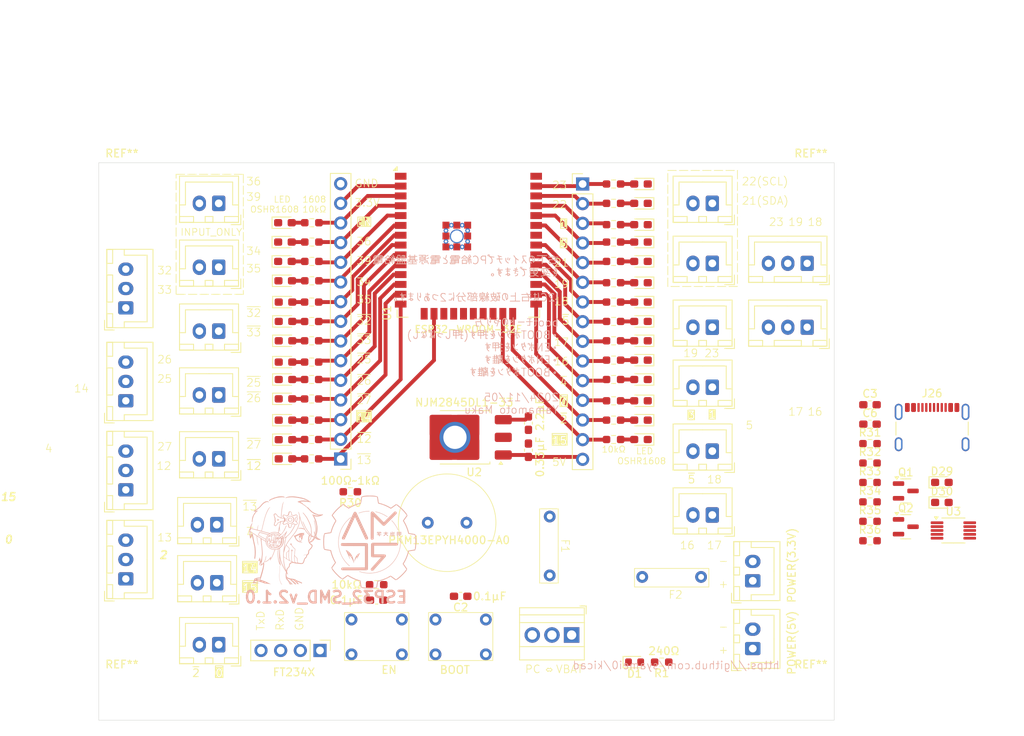
<source format=kicad_pcb>
(kicad_pcb (version 20240108) (generator "pcbnew") (generator_version "8.0")
  (layers (0 "F.Cu" signal) (31 "B.Cu" signal) (34 "B.Paste" user) (35 "F.Paste" user) (36 "B.SilkS" user "B.Silkscreen") (37 "F.SilkS" user "F.Silkscreen") (38 "B.Mask" user) (39 "F.Mask" user) (44 "Edge.Cuts" user))
  (net 0 "")
  (net 8 "Net-(SW1-B)")
  (net 9 "GND")
  (net 10 "EN")
  (net 11 "+5V")
  (net 12 "+3.3V")
  (net 13 "IO21")
  (net 14 "Net-(D1-A)")
  (net 15 "IO22")
  (net 16 "IO35")
  (net 17 "IO34")
  (net 18 "SENSOR_VN")
  (net 19 "IO0")
  (net 20 "SENSOR_VP")
  (net 21 "Net-(J1-Pin_1)")
  (net 22 "IO4")
  (net 23 "IO13")
  (net 24 "IO27")
  (net 25 "IO14")
  (net 26 "IO25")
  (net 27 "IO26")
  (net 28 "IO33")
  (net 29 "IO32")
  (net 30 "IO12")
  (net 31 "IO15")
  (net 32 "IO16")
  (net 33 "IO17")
  (net 34 "IO23")
  (net 35 "IO2")
  (net 36 "IO19")
  (net 37 "IO18")
  (net 38 "IO5")
  (net 39 "Net-(D2-A)")
  (net 40 "Net-(D3-A)")
  (net 41 "Net-(D4-A)")
  (net 42 "Net-(D5-A)")
  (net 43 "Net-(D6-A)")
  (net 44 "Net-(D7-A)")
  (net 45 "Net-(D8-A)")
  (net 46 "Net-(D9-A)")
  (net 47 "Net-(D10-A)")
  (net 48 "Net-(D11-A)")
  (net 49 "Net-(D12-A)")
  (net 50 "Net-(D13-A)")
  (net 51 "Net-(D14-A)")
  (net 52 "Net-(D15-A)")
  (net 53 "Net-(D16-A)")
  (net 54 "Net-(D17-A)")
  (net 55 "Net-(D18-A)")
  (net 56 "Net-(D19-A)")
  (net 57 "Net-(D20-A)")
  (net 58 "Net-(D21-A)")
  (net 59 "Net-(D22-A)")
  (net 60 "Net-(D23-A)")
  (net 61 "Net-(D24-A)")
  (net 62 "Net-(D25-A)")
  (net 63 "Net-(D26-A)")
  (net 64 "Net-(D27-A)")
  (net 65 "Net-(D28-A)")
  (net 66 "Net-(J25-Pin_1)")
  (net 67 "+5V_PC")
  (net 68 "Net-(D29-A)")
  (net 69 "RXD0{slash}IO3")
  (net 70 "Net-(LS1-Pad2)")
  (net 71 "Net-(D30-A)")
  (net 73 "Net-(J26-CC1)")
  (net 74 "Net-(J26-CC2)")
  (net 75 "Net-(U3-UD-)")
  (net 76 "Net-(U3-UD+)")
  (net 78 "Net-(Q1-B)")
  (net 79 "Net-(Q1-E)")
  (net 80 "Net-(Q2-E)")
  (net 81 "Net-(Q2-B)")
  (footprint "Connector_JST:JST_XH_B2B-XH-A_1x02_P2.50mm_Vertical" (layer "F.Cu") (at 76 62.5 180)
    (property "Reference" "J9" (hide yes))
    (property "Value" "INPUT_1")
  )
  (footprint "MountingHole:MountingHole_3.2mm_M3" (layer "F.Cu") (at 152.5 52)
    (property "Reference" "REF**")
    (property "Value" "MountingHole_3.2mm_M3")
  )
  (footprint "LED_SMD:LED_0603_1608Metric_Pad1.05x0.95mm_HandSolder" (layer "F.Cu") (at 130.5375 72 180)
    (property "Reference" "D7" (hide yes))
    (property "Value" "LED")
  )
  (footprint "Resistor_SMD:R_0603_1608Metric_Pad0.98x0.95mm_HandSolder" (layer "F.Cu") (at 127 57 180)
    (property "Reference" "R27" (hide yes))
    (property "Value" "10kΩ")
  )
  (footprint "Connector_USB:USB_C_Receptacle_GCT_USB4105-xx-A_16P_TopMnt_Horizontal" (layer "F.Cu") (at 168.1375 84.29)
    (property "Reference" "J26")
    (property "Value" "USB_C_Receptacle_USB2.0_16P")
  )
  (footprint "Resistor_SMD:R_0603_1608Metric_Pad0.98x0.95mm_HandSolder" (layer "F.Cu") (at 88.025 64.25)
    (property "Reference" "R6" (hide yes))
    (property "Value" "10kΩ")
  )
  (footprint "LED_SMD:LED_0603_1608Metric_Pad1.05x0.95mm_HandSolder" (layer "F.Cu") (at 84.625 72)
    (property "Reference" "D14" (hide yes))
    (property "Value" "LED")
  )
  (footprint "00a:TO-252-3_TabPin2" (layer "F.Cu") (at 107.71 84.47 180)
    (property "Reference" "U2")
    (property "Value" "NJM2845DL1-33")
  )
  (footprint "Resistor_SMD:R_0603_1608Metric_Pad0.98x0.95mm_HandSolder" (layer "F.Cu") (at 127 79.75 180)
    (property "Reference" "R18" (hide yes))
    (property "Value" "10kΩ")
  )
  (footprint "Connector_PinHeader_2.54mm:PinHeader_1x15_P2.54mm_Vertical" (layer "F.Cu") (at 123 51.75)
    (property "Reference" "J20" (hide yes))
    (property "Value" "Conn_01x15_Socket")
  )
  (footprint "Resistor_SMD:R_0603_1608Metric_Pad0.98x0.95mm_HandSolder" (layer "F.Cu") (at 160.1175 87.79)
    (property "Reference" "R32")
    (property "Value" "10kΩ")
  )
  (footprint "00a:DTS-63-N-V" (layer "F.Cu") (at 110.5 112.5 180)
    (property "Reference" "SW2" (hide yes))
    (property "Value" "BOOT")
  )
  (footprint "Resistor_SMD:R_0603_1608Metric_Pad0.98x0.95mm_HandSolder" (layer "F.Cu") (at 127 51.75 180)
    (property "Reference" "R29" (hide yes))
    (property "Value" "10kΩ")
  )
  (footprint "LED_SMD:LED_0603_1608Metric_Pad1.05x0.95mm_HandSolder" (layer "F.Cu") (at 130.5375 77 180)
    (property "Reference" "D5" (hide yes))
    (property "Value" "LED")
  )
  (footprint "LED_SMD:LED_0603_1608Metric_Pad1.05x0.95mm_HandSolder" (layer "F.Cu") (at 84.625 84.77)
    (property "Reference" "D19" (hide yes))
    (property "Value" "LED")
  )
  (footprint "Capacitor_SMD:C_0603_1608Metric_Pad1.08x0.95mm_HandSolder" (layer "F.Cu") (at 160.1175 82.77)
    (property "Reference" "C6")
    (property "Value" "0.1μF")
  )
  (footprint "Connector_JST:JST_XH_B2B-XH-A_1x02_P2.50mm_Vertical" (layer "F.Cu") (at 139.75 94.5 180)
    (property "Reference" "J14" (hide yes))
    (property "Value" "Conn_01x02_Socket")
  )
  (footprint "Resistor_SMD:R_0603_1608Metric_Pad0.98x0.95mm_HandSolder" (layer "F.Cu") (at 127 64.5 180)
    (property "Reference" "R24" (hide yes))
    (property "Value" "10kΩ")
  )
  (footprint "Capacitor_SMD:C_0603_1608Metric_Pad1.08x0.95mm_HandSolder" (layer "F.Cu") (at 96.4 105.5)
    (property "Reference" "C1" (hide yes))
    (property "Value" "0.1μF")
  )
  (footprint "Connector_JST:JST_XH_B2B-XH-A_1x02_P2.50mm_Vertical" (layer "F.Cu") (at 139.75 54.25 180)
    (property "Reference" "J4" (hide yes))
    (property "Value" "I2C")
  )
  (footprint "Capacitor_SMD:C_0603_1608Metric_Pad1.08x0.95mm_HandSolder" (layer "F.Cu") (at 160.1175 80.26)
    (property "Reference" "C3")
    (property "Value" "0.1μF")
  )
  (footprint "00a:MF-R050" (layer "F.Cu") (at 134.5 102.5 180)
    (property "Reference" "F2")
    (property "Value" "MF-R050")
  )
  (footprint "Connector_JST:JST_XH_B2B-XH-A_1x02_P2.50mm_Vertical" (layer "F.Cu") (at 75.75 95.75 180)
    (property "Reference" "J5" (hide yes))
    (property "Value" "Conn_01x02_Socket")
  )
  (footprint "LED_SMD:LED_0603_1608Metric_Pad1.05x0.95mm_HandSolder" (layer "F.Cu") (at 84.625 74.75)
    (property "Reference" "D15" (hide yes))
    (property "Value" "LED")
  )
  (footprint "Connector_JST:JST_XH_B2B-XH-A_1x02_P2.50mm_Vertical" (layer "F.Cu") (at 75.75 103.25 180)
    (property "Reference" "J11" (hide yes))
    (property "Value" "Conn_01x02_Socket")
  )
  (footprint "LED_SMD:LED_0603_1608Metric_Pad1.05x0.95mm_HandSolder" (layer "F.Cu") (at 84.625 67)
    (property "Reference" "D12" (hide yes))
    (property "Value" "LED")
  )
  (footprint "Connector_JST:JST_XH_B2B-XH-A_1x02_P2.50mm_Vertical" (layer "F.Cu") (at 76 79 180)
    (property "Reference" "J7" (hide yes))
    (property "Value" "Conn_01x02_Socket")
  )
  (footprint "Connector_JST:JST_XH_B3B-XH-A_1x03_P2.50mm_Vertical" (layer "F.Cu") (at 152 62 180)
    (property "Reference" "J19" (hide yes))
    (property "Value" "Conn_01x03_Socket")
  )
  (footprint "Resistor_SMD:R_0603_1608Metric_Pad0.98x0.95mm_HandSolder" (layer "F.Cu") (at 88 84.75)
    (property "Reference" "R14" (hide yes))
    (property "Value" "10kΩ")
  )
  (footprint "MountingHole:MountingHole_3.2mm_M3" (layer "F.Cu") (at 63.5 52)
    (property "Reference" "REF**")
    (property "Value" "MountingHole_3.2mm_M3")
  )
  (footprint "Connector_JST:JST_XH_B3B-XH-A_1x03_P2.50mm_Vertical" (layer "F.Cu") (at 64 102.75 90)
    (property "Reference" "J24" (hide yes))
    (property "Value" "Conn_01x03_Socket")
  )
  (footprint "Connector_JST:JST_XH_B2B-XH-A_1x02_P2.50mm_Vertical" (layer "F.Cu") (at 139.75 86.25 180)
    (property "Reference" "J13" (hide yes))
    (property "Value" "Conn_01x02_Socket")
  )
  (footprint "Resistor_SMD:R_0603_1608Metric_Pad0.98x0.95mm_HandSolder" (layer "F.Cu") (at 88.025 59.25)
    (property "Reference" "R4" (hide yes))
    (property "Value" "10kΩ")
  )
  (footprint "Connector_JST:JST_XH_B2B-XH-A_1x02_P2.50mm_Vertical" (layer "F.Cu") (at 139.75 62 180)
    (property "Reference" "J17" (hide yes))
    (property "Value" "I2C")
  )
  (footprint "Resistor_SMD:R_0603_1608Metric_Pad0.98x0.95mm_HandSolder" (layer "F.Cu") (at 88 69.51)
    (property "Reference" "R8" (hide yes))
    (property "Value" "10kΩ")
  )
  (footprint "Resistor_SMD:R_0603_1608Metric_Pad0.98x0.95mm_HandSolder" (layer "F.Cu") (at 88 79.51)
    (property "Reference" "R12" (hide yes))
    (property "Value" "10kΩ")
  )
  (footprint "Connector_JST:JST_XH_B2B-XH-A_1x02_P2.50mm_Vertical" (layer "F.Cu") (at 76 87.25 180)
    (property "Reference" "J6" (hide yes))
    (property "Value" "Conn_01x02_Socket")
  )
  (footprint "Resistor_SMD:R_0603_1608Metric_Pad0.98x0.95mm_HandSolder" (layer "F.Cu") (at 127 61.75 180)
    (property "Reference" "R25" (hide yes))
    (property "Value" "10kΩ")
  )
  (footprint "Resistor_SMD:R_0603_1608Metric_Pad0.98x0.95mm_HandSolder" (layer "F.Cu") (at 88 74.75)
    (property "Reference" "R10" (hide yes))
    (property "Value" "10kΩ")
  )
  (footprint "00a:MF-R050" (layer "F.Cu") (at 118.75 98.5 90)
    (property "Reference" "F1")
    (property "Value" "MF-R050")
  )
  (footprint "LED_SMD:LED_0603_1608Metric_Pad1.05x0.95mm_HandSolder" (layer "F.Cu") (at 130.5375 82.25 180)
    (property "Reference" "D3" (hide yes))
    (property "Value" "LED")
  )
  (footprint "TerminalBlock:TerminalBlock_Xinya_XY308-2.54-3P_1x03_P2.54mm_Horizontal" (layer "F.Cu") (at 121.58 110 180)
    (property "Reference" "SW1" (hide yes))
    (property "Value" "SW_Nidec_CAS-120A1" (hide yes))
  )
  (footprint "LED_SMD:LED_0603_1608Metric_Pad1.05x0.95mm_HandSolder" (layer "F.Cu") (at 130.5375 84.75 180)
    (property "Reference" "D2" (hide yes))
    (property "Value" "LED")
  )
  (footprint "LED_SMD:LED_0603_1608Metric_Pad1.05x0.95mm_HandSolder" (layer "F.Cu") (at 130.5375 67 180)
    (property "Reference" "D22" (hide yes))
    (property "Value" "LED")
  )
  (footprint "Capacitor_SMD:C_0603_1608Metric_Pad1.08x0.95mm_HandSolder" (layer "F.Cu") (at 116 86.1375 -90)
    (property "Reference" "C5" (hide yes))
    (property "Value" "0.33μF")
  )
  (footprint "LED_SMD:LED_0603_1608Metric_Pad1.05x0.95mm_HandSolder" (layer "F.Cu") (at 130.5375 51.75 180)
    (property "Reference" "D28" (hide yes))
    (property "Value" "LED")
  )
  (footprint "Connector_PinHeader_2.54mm:PinHeader_1x04_P2.54mm_Vertical" (layer "F.Cu") (at 89.08 112 -90)
    (property "Reference" "J3")
    (property "Value" "FT234X")
  )
  (footprint "Connector_JST:JST_XH_B2B-XH-A_1x02_P2.50mm_Vertical" (layer "F.Cu") (at 76 70.75 180)
    (property "Reference" "J8" (hide yes))
    (property "Value" "Conn_01x02_Socket")
  )
  (footprint "LED_SMD:LED_0603_1608Metric_Pad1.05x0.95mm_HandSolder" (layer "F.Cu") (at 130.5375 57 180)
    (property "Reference" "D26" (hide yes))
    (property "Value" "LED")
  )
  (footprint "Resistor_SMD:R_0603_1608Metric_Pad0.98x0.95mm_HandSolder" (layer "F.Cu") (at 127 82.25 180)
    (property "Reference" "R17" (hide yes))
    (property "Value" "10kΩ")
  )
  (footprint "Connector_JST:JST_XH_B3B-XH-A_1x03_P2.50mm_Vertical" (layer "F.Cu") (at 64 67.75 90)
    (property "Reference" "J15" (hide yes))
    (property "Value" "Conn_01x03_Socket")
  )
  (footprint "Resistor_SMD:R_0603_1608Metric_Pad0.98x0.95mm_HandSolder" (layer "F.Cu") (at 127 72 180)
    (property "Reference" "R21" (hide yes))
    (property "Value" "10kΩ")
  )
  (footprint "00a:DTS-63-N-V" (layer "F.Cu") (at 99.65 112.5 180)
    (property "Reference" "SW3" (hide yes))
    (property "Value" "EN")
  )
  (footprint "LED_SMD:LED_0603_1608Metric_Pad1.05x0.95mm_HandSolder" (layer "F.Cu") (at 130.5375 61.75 180)
    (property "Reference" "D24" (hide yes))
    (property "Value" "LED")
  )
  (footprint "Resistor_SMD:R_0603_1608Metric_Pad0.98x0.95mm_HandSolder" (layer "F.Cu") (at 88 67)
    (property "Reference" "R7" (hide yes))
    (property "Value" "10kΩ")
  )
  (footprint "Connector_JST:JST_XH_B3B-XH-A_1x03_P2.50mm_Vertical" (layer "F.Cu") (at 152 70.25 180)
    (property "Reference" "J18" (hide yes))
    (property "Value" "Conn_01x03_Socket")
  )
  (footprint "Resistor_SMD:R_0603_1608Metric_Pad0.98x0.95mm_HandSolder" (layer "F.Cu") (at 160.1175 92.81)
    (property "Reference" "R34")
    (property "Value" "5.1kΩ")
  )
  (footprint "LED_SMD:LED_0603_1608Metric_Pad1.05x0.95mm_HandSolder" (layer "F.Cu") (at 84.625 79.5)
    (property "Reference" "D17" (hide yes))
    (property "Value" "LED")
  )
  (footprint "Resistor_SMD:R_0603_1608Metric_Pad0.98x0.95mm_HandSolder" (layer "F.Cu") (at 127 67 180)
    (property "Reference" "R23" (hide yes))
    (property "Value" "10kΩ")
  )
  (footprint "Resistor_SMD:R_0603_1608Metric_Pad0.98x0.95mm_HandSolder" (layer "F.Cu") (at 160.1175 97.83)
    (property "Reference" "R36")
    (property "Value" "10kΩ")
  )
  (footprint "LED_SMD:LED_0603_1608Metric_Pad1.05x0.95mm_HandSolder" (layer "F.Cu") (at 84.625 69.5)
    (property "Reference" "D13" (hide yes))
    (property "Value" "LED")
  )
  (footprint "LED_SMD:LED_0603_1608Metric_Pad1.05x0.95mm_HandSolder" (layer "F.Cu") (at 130.5375 69.5 180)
    (property "Reference" "D21" (hide yes))
    (property "Value" "LED")
  )
  (footprint "Resistor_SMD:R_0603_1608Metric_Pad0.98x0.95mm_HandSolder" (layer "F.Cu") (at 133.2125 113.5 180)
    (property "Reference" "R1")
    (property "Value" "240Ω")
  )
  (footprint "LED_SMD:LED_0603_1608Metric_Pad1.05x0.95mm_HandSolder" (layer "F.Cu") (at 84.625 82.25)
    (property "Reference" "D18" (hide yes))
    (property "Value" "LED")
  )
  (footprint "LED_SMD:LED_0603_1608Metric_Pad1.05x0.95mm_HandSolder" (layer "F.Cu") (at 130.5375 74.5 180)
    (property "Reference" "D6" (hide yes))
    (property "Value" "LED")
  )
  (footprint "Resistor_SMD:R_0603_1608Metric_Pad0.98x0.95mm_HandSolder" (layer "F.Cu") (at 88.025 56.75)
    (property "Reference" "R3" (hide yes))
    (property "Value" "10kΩ")
  )
  (footprint "LED_SMD:LED_0603_1608Metric_Pad1.05x0.95mm_HandSolder" (layer "F.Cu") (at 169.4025 90.29)
    (property "Reference" "D29")
    (property "Value" "LED")
  )
  (footprint "Resistor_SMD:R_0603_1608Metric_Pad0.98x0.95mm_HandSolder" (layer "F.Cu") (at 96.4 103.5 180)
    (property "Reference" "R2" (hide yes))
    (property "Value" "10kΩ")
  )
  (footprint "Resistor_SMD:R_0603_1608Metric_Pad0.98x0.95mm_HandSolder" (layer "F.Cu") (at 88 77)
    (property "Reference" "R11" (hide yes))
    (property "Value" "10kΩ")
  )
  (footprint "Connector_JST:JST_XH_B2B-XH-A_1x02_P2.50mm_Vertical" (layer "F.Cu") (at 144.975 111.75 90)
    (property "Reference" "J1" (hide yes))
    (property "Value" "POWER(5V)")
  )
  (footprint "Connector_JST:JST_XH_B2B-XH-A_1x02_P2.50mm_Vertical" (layer "F.Cu") (at 76 111.25 180)
    (property "Reference" "J21" (hide yes))
    (property "Value" "Conn_01x02_Socket")
  )
  (footprint "LED_SMD:LED_0603_1608Metric_Pad1.05x0.95mm_HandSolder" (layer "F.Cu") (at 84.55 61.75)
    (property "Reference" "D10" (hide yes))
    (property "Value" "LED")
  )
  (footprint "Resistor_SMD:R_0603_1608Metric_Pad0.98x0.95mm_HandSolder" (layer "F.Cu") (at 88 72)
    (property "Reference" "R9" (hide yes))
    (property "Value" "10kΩ")
  )
  (footprint "Resistor_SMD:R_0603_1608Metric_Pad0.98x0.95mm_HandSolder" (layer "F.Cu") (at 88.025 61.75)
    (property "Reference" "R5" (hide yes))
    (property "Value" "10kΩ")
  )
  (footprint "Resistor_SMD:R_0603_1608Metric_Pad0.98x0.95mm_HandSolder" (layer "F.Cu") (at 160.1175 85.28)
    (property "Reference" "R31")
    (property "Value" "10kΩ")
  )
  (footprint "Resistor_SMD:R_0603_1608Metric_Pad0.98x0.95mm_HandSolder" (layer "F.Cu") (at 127 84.75 180)
    (property "Reference" "R16" (hide yes))
    (property "Value" "10kΩ")
  )
  (footprint "Connector_JST:JST_XH_B3B-XH-A_1x03_P2.50mm_Vertical" (layer "F.Cu") (at 64 79.75 90)
    (property "Reference" "J22" (hide yes))
    (property "Value" "Conn_01x03_Socket")
  )
  (footprint "Resistor_SMD:R_0603_1608Metric_Pad0.98x0.95mm_HandSolder" (layer "F.Cu") (at 127 69.5 180)
    (property "Reference" "R22" (hide yes))
    (property "Value" "10kΩ")
  )
  (footprint "Connector_JST:JST_XH_B2B-XH-A_1x02_P2.50mm_Vertical" (layer "F.Cu") (at 139.75 78 180)
    (property "Reference" "J2" (hide yes))
    (property "Value" "Conn_01x02_Socket")
  )
  (footprint "Resistor_SMD:R_0603_1608Metric_Pad0.98x0.95mm_HandSolder" (layer "F.Cu") (at 93 91.5 180)
    (property "Reference" "R30")
    (property "Value" "100Ω~1kΩ")
  )
  (footprint "Resistor_SMD:R_0603_1608Metric_Pad0.98x0.95mm_HandSolder" (layer "F.Cu") (at 160.1175 95.32)
    (property "Reference" "R35")
    (property "Value" "10kΩ")
  )
  (footprint "Capacitor_SMD:C_0603_1608Metric_Pad1.08x0.95mm_HandSolder" (layer "F.Cu") (at 116 82.6375 90)
    (property "Reference" "C4" (hide yes))
    (property "Value" "2.2μF")
  )
  (footprint "Connector_JST:JST_XH_B3B-XH-A_1x03_P2.50mm_Vertical" (layer "F.Cu") (at 64 91.25 90)
    (property "Reference" "J23" (hide yes))
    (property "Value" "Conn_01x03_Socket")
  )
  (footprint "LED_SMD:LED_0603_1608Metric_Pad1.05x0.95mm_HandSolder" (layer "F.Cu") (at 130.5375 64.5 180)
    (property "Reference" "D23" (hide yes))
    (property "Value" "LED")
  )
  (footprint "Connector_JST:JST_XH_B2B-XH-A_1x02_P2.50mm_Vertical" (layer "F.Cu") (at 76 54.25 180)
    (property "Reference" "J10" (hide yes))
    (property "Value" "INPUT_2")
  )
  (footprint "Connector_JST:JST_XH_B2B-XH-A_1x02_P2.50mm_Vertical" (layer "F.Cu") (at 144.975 103 90)
    (property "Reference" "J25" (hide yes))
    (property "Value" "POWER(3.3V)")
  )
  (footprint "LED_SMD:LED_0603_1608Metric_Pad1.05x0.95mm_HandSolder" (layer "F.Cu") (at 169.4025 92.88)
    (property "Reference" "D30")
    (property "Value" "LED")
  )
  (footprint "MountingHole:MountingHole_3.2mm_M3" (layer "F.Cu") (at 152.5 118)
    (property "Reference" "REF**")
    (property "Value" "MountingHole_3.2mm_M3")
  )
  (footprint "LED_SMD:LED_0603_1608Metric_Pad1.05x0.95mm_HandSolder" (layer "F.Cu") (at 84.625 87.25)
    (property "Reference" "D20" (hide yes))
    (property "Value" "LED")
  )
  (footprint "00a:PKM13EPYH4000-A0" (layer "F.Cu") (at 105.5 95.5 180)
    (property "Reference" "LS1" (hide yes))
    (property "Value" "PKM13EPYH4000-A0")
  )
  (footprint "Resistor_SMD:R_0603_1608Metric_Pad0.98x0.95mm_HandSolder" (layer "F.Cu") (at 127 59.25 180)
    (property "Reference" "R26" (hide yes))
    (property "Value" "10kΩ")
  )
  (footprint "MountingHole:MountingHole_3.2mm_M3" (layer "F.Cu") (at 63.5 118)
    (property "Reference" "REF**")
    (property "Value" "MountingHole_3.2mm_M3")
  )
  (footprint "Package_TO_SOT_SMD:SOT-23" (layer "F.Cu") (at 164.7375 96.02)
    (property "Reference" "Q2")
    (property "Value" "2SC2712")
  )
  (footprint "LED_SMD:LED_0603_1608Metric_Pad1.05x0.95mm_HandSolder" (layer "F.Cu") (at 84.55 59.25)
    (property "Reference" "D9" (hide yes))
    (property "Value" "LED")
  )
  (footprint "Package_TO_SOT_SMD:SOT-23" (layer "F.Cu") (at 164.7375 91.395)
    (property "Reference" "Q1")
    (property "Value" "2SC2712")
  )
  (footprint "Connector_JST:JST_XH_B2B-XH-A_1x02_P2.50mm_Vertical" (layer "F.Cu") (at 139.75 70.25 180)
    (property "Reference" "J12" (hide yes))
    (property "Value" "Conn_01x02_Socket")
  )
  (footprint "LED_SMD:LED_0603_1608Metric_Pad1.05x0.95mm_HandSolder" (layer "F.Cu") (at 130.5375 79.75 180)
    (property "Reference" "D4" (hide yes))
    (property "Value" "LED")
  )
  (footprint "LED_SMD:LED_0603_1608Metric" (layer "F.Cu") (at 129.7125 113.5)
    (property "Reference" "D1")
    (property "Value" "LED")
  )
  (footprint "Resistor_SMD:R_0603_1608Metric_Pad0.98x0.95mm_HandSolder" (layer "F.Cu") (at 127 54.25 180)
    (property "Reference" "R28" (hide yes))
    (property "Value" "10kΩ")
  )
  (footprint "Resistor_SMD:R_0603_1608Metric_Pad0.98x0.95mm_HandSolder" (layer "F.Cu") (at 160.1175 90.3)
    (property "Reference" "R33")
    (property "Value" "5.1kΩ")
  )
  (footprint "LED_SMD:LED_0603_1608Metric_Pad1.05x0.95mm_HandSolder" (layer "F.Cu") (at 130.5375 59.25 180)
    (property "Reference" "D25" (hide yes))
    (property "Value" "LED")
  )
  (footprint "Resistor_SMD:R_0603_1608Metric_Pad0.98x0.95mm_HandSolder" (layer "F.Cu") (at 88 82.25)
    (property "Reference" "R13" (hide yes))
    (property "Value" "10kΩ")
  )
  (footprint "00a:ESP32-WROOM-32E" (layer "F.Cu") (at 108.25 56.01)
    (property "Reference" "U1")
    (property "Value" "ESP32-WROOM-32E")
  )
  (footprint "Resistor_SMD:R_0603_1608Metric_Pad0.98x0.95mm_HandSolder" (layer "F.Cu") (at 127 77 180)
    (property "Reference" "R19" (hide yes))
    (property "Value" "10kΩ")
  )
  (footprint "LED_SMD:LED_0603_1608Metric_Pad1.05x0.95mm_HandSolder" (layer "F.Cu") (at 84.625 77)
    (property "Reference" "D16" (hide yes))
    (property "Value" "LED")
  )
  (footprint "LED_SMD:LED_0603_1608Metric_Pad1.05x0.95mm_HandSolder" (layer "F.Cu") (at 84.55 56.75)
    (property "Reference" "D8" (hide yes))
    (property "Value" "LED")
  )
  (footprint "Package_SO:MSOP-10_3x3mm_P0.5mm" (layer "F.Cu") (at 170.8875 96.5)
    (property "Reference" "U3")
    (property "Value" "CH340E")
  )
  (footprint "Resistor_SMD:R_0603_1608Metric_Pad0.98x0.95mm_HandSolder" (layer "F.Cu") (at 88 87.25)
    (property "Reference" "R15" (hide yes))
    (property "Value" "10kΩ")
  )
  (footprint "Capacitor_SMD:C_0603_1608Metric_Pad1.08x0.95mm_HandSolder" (layer "F.Cu") (at 107.25 105 180)
    (property "Reference" "C2")
    (property "Value" "0.1μF")
  )
  (footprint "Resistor_SMD:R_0603_1608Metric_Pad0.98x0.95mm_HandSolder" (layer "F.Cu") (at 127 74.5 180)
    (property "Reference" "R20" (hide yes))
    (property "Value" "10kΩ")
  )
  (footprint "LED_SMD:LED_0603_1608Metric_Pad1.05x0.95mm_HandSolder" (layer "F.Cu") (at 84.5875 64.25)
    (property "Reference" "D11" (hide yes))
    (property "Value" "LED")
  )
  (footprint "Connector_PinHeader_2.54mm:PinHeader_1x15_P2.54mm_Vertical" (layer "F.Cu") (at 91.75 87.27 180)
    (property "Reference" "J16" (hide yes))
    (property "Value" "Conn_01x15_Socket")
  )
  (footprint "LED_SMD:LED_0603_1608Metric_Pad1.05x0.95mm_HandSolder" (layer "F.Cu") (at 130.5375 54.25 180)
    (property "Reference" "D27" (hide yes))
    (property "Value" "LED")
  )
  (footprint "00a:MARC_rogo" (layer "B.Cu") (at 95.5 98 180)
    (property "Reference" "G***" (hide yes))
    (property "Value" "LOGO" (hide yes))
  )
  (footprint "00a:nuron" (layer "B.Cu") (at 84 97.5 180)
    (property "Reference" "G***" (hide yes))
    (property "Value" "LOGO" (hide yes))
  )
  (gr_rect (start 134 50) (end 143 64.984653) (stroke (width 0.1) (type dash)) (fill none) (layer "F.SilkS"))
  (gr_rect (start 70.5 50.5) (end 79.177978 66) (stroke (width 0.1) (type dash)) (fill none) (layer "F.SilkS"))
  (gr_rect (start 60.5 49) (end 155.5 121) (stroke (width 0.05)) (fill none) (layer "Edge.Cuts"))
  (gr_text "ESP32_SMD_v2.1.0" (at 100.5 106 0) (layer "B.SilkS") (effects (font (size 1.5 1.5) (thickness 0.3) (bold yes)) (justify left bottom mirror)))
  (gr_text "https://github.com/syamei0/kicad" (at 148.5 114.5 0) (layer "B.SilkS") (effects (font (size 1 1) (thickness 0.1)) (justify left bottom mirror)))
  (gr_text "右下のスイッチでPC給電と電源基盤給電\nを変更できます。\n\nI2Cは右上の破線部分に２つあります。\n\nbootモードのやり方\n・BOOTボタンを押す(押しっぱなし)\n・ENボタンを押す\n・ENボタンを離す\n・BOOTボタンを離す\n\n2024/11/05\nYamamoto Maku" (at 120 81.5 0) (layer "B.SilkS") (effects (font (size 1 1) (thickness 0.1)) (justify left bottom mirror)))
  (gr_text "23" (at 147 57.25 0) (layer "F.SilkS") (effects (font (size 1 1) (thickness 0.1)) (justify left bottom)))
  (gr_text "2" (at 68.25 100.25 0) (layer "F.SilkS") (effects (font (size 1 1) (thickness 0.2) (bold yes) (italic yes)) (justify left bottom)))
  (gr_text "19" (at 149.5 57.25 0) (layer "F.SilkS") (effects (font (size 1 1) (thickness 0.1)) (justify left bottom)))
  (gr_text "21" (at 119.25 62.5 0) (layer "F.SilkS") (effects (font (size 1 1) (thickness 0.1)) (justify left bottom)))
  (gr_text "TxD" (at 82 109.5 90) (layer "F.SilkS") (effects (font (size 1 1) (thickness 0.1)) (justify left bottom)))
  (gr_text "~{0}" (at 120 80.5 0) (layer "F.SilkS" knockout) (effects (font (size 1 1) (thickness 0.125)) (justify left bottom)))
  (gr_text "~{26}" (at 79.5 80 0) (layer "F.SilkS") (effects (font (size 1 1) (thickness 0.1)) (justify left bottom)))
  (gr_text "~{2}" (at 120 82.75 0) (layer "F.SilkS") (effects (font (size 1 1) (thickness 0.125)) (justify left bottom)))
  (gr_text "25" (at 68 77.5 0) (layer "F.SilkS") (effects (font (size 1 1) (thickness 0.1)) (justify left bottom)))
  (gr_text "~{27}" (at 79.5 86 0) (layer "F.SilkS") (effects (font (size 1 1) (thickness 0.1)) (justify left bottom)))
  (gr_text "1608\n10kΩ" (at 86.75 55.5 0) (layer "F.SilkS") (effects (font (size 0.8 0.8) (thickness 0.1)) (justify left bottom)))
  (gr_text "~{32}" (at 93.75 70 0) (layer "F.SilkS") (effects (font (size 1 1) (thickness 0.1)) (justify left bottom)))
  (gr_text "~{4}" (at 79.5 97.5 0) (layer "F.SilkS") (effects (font (size 1 1) (thickness 0.1)) (justify left bottom)))
  (gr_text "39" (at 93.75 62.25 0) (layer "F.SilkS") (effects (font (size 1 1) (thickness 0.1)) (justify left bottom)))
  (gr_text "+" (at 140.5 104 0) (layer "F.SilkS") (effects (font (size 1 1) (thickness 0.1)) (justify left bottom)))
  (gr_text "27" (at 68 86.25 0) (layer "F.SilkS") (effects (font (size 1 1) (thickness 0.1)) (justify left bottom)))
  (gr_text "~{15}" (at 119 85.5 0) (layer "F.SilkS" knockout) (effects (font (size 1 1) (thickness 0.125)) (justify left bottom)))
  (gr_text "~{5}" (at 136.5 90.5 0) (layer "F.SilkS") (effects (font (size 1 1) (thickness 0.125)) (justify left bottom)))
  (gr_text "~{12}" (at 79.5 88.75 0) (layer "F.SilkS") (effects (font (size 1 1) (thickness 0.125)) (justify left bottom)))
  (gr_text "19" (at 119.25 65.25 0) (layer "F.SilkS") (effects (font (size 1 1) (thickness 0.1)) (justify left bottom)))
  (gr_text "⇔" (at 118 115 0) (layer "F.SilkS") (effects (font (size 1 1) (thickness 0.1)) (justify left bottom)))
  (gr_text "16" (at 152 81.75 0) (layer "F.SilkS") (effects (font (size 1 1) (thickness 0.1)) (justify left bottom)))
  (gr_text "35" (at 79.5 63.25 0) (layer "F.SilkS") (effects (font (size 1 1) (thickness 0.1)) (justify left bottom)))
  (gr_text "13" (at 68 98 0) (layer "F.SilkS") (effects (font (size 1 1) (thickness 0.1)) (justify left bottom)))
  (gr_text "14" (at 57.25 78.75 0) (layer "F.SilkS") (effects (font (size 1 1) (thickness 0.1)) (justify left bottom)))
  (gr_text "~{4}" (at 120 78 0) (layer "F.SilkS") (effects (font (size 1 1) (thickness 0.1)) (justify left bottom)))
  (gr_text "~{32}" (at 79.5 69 0) (layer "F.SilkS") (effects (font (size 1 1) (thickness 0.1)) (justify left bottom)))
  (gr_text "36" (at 93.75 59.75 0) (layer "F.SilkS") (effects (font (size 1 1) (thickness 0.1)) (justify left bottom)))
  (gr_text "~{14}" (at 79 102 0) (layer "F.SilkS" knockout) (effects (font (size 1 1) (thickness 0.1)) (justify left bottom)))
  (gr_text "-" (at 140.5 101 0) (layer "F.SilkS") (effects (font (size 1 1) (thickness 0.1)) (justify left bottom)))
  (gr_text "~{2}" (at 72.5 115.5 0) (layer "F.SilkS") (effects (font (size 1 1) (thickness 0.125)) (justify left bottom)))
  (gr_text "18" (at 119.25 67.5 0) (layer "F.SilkS") (effects (font (size 1 1) (thickness 0.1)) (justify left bottom)))
  (gr_text "~{33}" (at 79.5 71.5 0) (layer "F.SilkS") (effects (font (size 1 1) (thickness 0.1)) (justify left bottom)))
  (gr_text "VBAT" (at 119.5 115 0) (layer "F.SilkS") (effects (font (size 1 1) (thickness 0.1)) (justify left bottom)))
  (gr_text "GND" (at 93.5 52.25 0) (layer "F.SilkS") (effects (font (size 1 1) (thickness 0.1)) (justify left bottom)))
  (gr_text "12" (at 67.9 88.75 0) (layer "F.SilkS") (effects (font (size 1 1) (thickness 0.1)) (justify left bottom)))
  (gr_text "16" (at 119.25 75.25 0) (layer "F.SilkS") (effects (font (size 1 1) (thickness 0.1)) (justify left bottom)))
  (gr_text "~{5}" (at 120.25 70 0) (layer "F.SilkS") (effects (font (size 1 1) (thickness 0.125)) (justify left bottom)))
  (gr_text "~{14}" (at 93.75 82.5 0) (layer "F.SilkS" knockout) (effects (font (size 1 1) (thickness 0.1)) (justify left bottom)))
  (gr_text "~{13}" (at 79 94 0) (layer "F.SilkS") (effects (font (size 1 1) (thickness 0.1)) (justify left bottom)))
  (gr_text "~{25}" (at 79.5 78 0) (layer "F.SilkS") (effects (font (size 1 1) (thickness 0.1)) (justify left bottom)))
  (gr_text "POWER(3.3V)" (at 150 101 90) (layer "F.SilkS") (effects (font (size 1 1))))
  (gr_text "22(SCL)" (at 143.5 52 0) (layer "F.SilkS") (effects (font (size 1 1) (thickness 0.1)) (justify left bottom)))
  (gr_text "~{26}" (at 93.75 77.75 0) (layer "F.SilkS") (effects (font (size 1 1) (thickness 0.1)) (justify left bottom)))
  (gr_text "15" (at 47.75 92.75 0) (layer "F.SilkS") (effects (font (size 1 1) (thickness 0.2) (bold yes) (italic yes)) (justify left bottom)))
  (gr_text "     LED\nOSHR1608" (at 80 55.5 0) (layer "F.SilkS") (effects (font (size 0.8 0.8) (thickness 0.1)) (justify left bottom)))
  (gr_text "-" (at 140.5 109.5 0) (layer "F.SilkS") (effects (font (size 1 1) (thickness 0.1)) (justify left bottom)))
  (gr_text "1" (at 139.177878 82.136857 0) (layer "F.SilkS" knockout) (effects (font (size 1 1) (thickness 0.125)) (justify left bottom)))
  (gr_text "34" (at 93.75 65 0) (layer "F.SilkS") (effects (font (size 1 1) (thickness 0.1)) (justify left bottom)))
  (gr_text "~{27}" (at 93.75 80.25 0) (layer "F.SilkS") (effects (font (size 1 1) (thickness 0.1)) (justify left bottom)))
  (gr_text "~{0}" (at 75.5 115.5 0) (layer "F.SilkS" knockout) (effects (font (size 1 1) (thickness 0.125)) (justify left bottom)))
  (gr_text "36" (at 79.5 52 0) (layer "F.SilkS") (effects (font (size 1 1) (thickness 0.1)) (justify left bottom)))
  (gr_text "5V" (at 119 88.25 0) (layer "F.SilkS") (effects (font (size 1 1) (thickness 0.1)) (justify left bottom)))
  (gr_text "~{13}" (at 93.75 88 0) (layer "F.SilkS") (effects (font (size 1 1) (thickness 0.1)) (justify left bottom)))
  (gr_text "23" (at 138.677441 74.199621 0) (layer "F.SilkS") (effects (font (size 1 1) (thickness 0.1)) (justify left bottom)))
  (gr_text "39" (at 79.5 54 0) (layer "F.SilkS") (effects (font (size 1 1) (thickness 0.1)) (justify left bottom)))
  (gr_text "EN" (at 93.75 57.25 0) (layer "F.SilkS" knockout) (effects (font (size 1 1) (thickness 0.1)) (justify left bottom)))
  (gr_text "~{25}" (at 93.75 75 0) (layer "F.SilkS") (effects (font (size 1 1) (thickness 0.1)) (justify left bottom)))
  (gr_text "17" (at 149.5 81.75 0) (layer "F.SilkS") (effects (font (size 1 1) (thickness 0.1)) (justify left bottom)))
  (gr_text "34" (at 79.5 61 0) (layer "F.SilkS") (effects (font (size 1 1) (thickness 0.1)) (justify left bottom)))
  (gr_text "1" (at 120 57.5 0) (layer "F.SilkS" knockout) (effects (font (size 1 1) (thickness 0.125)) (justify left bottom)))
  (gr_text "0" (at 48.25 98.25 0) (layer "F.SilkS") (effects (font (size 1 1) (thickness 0.2) (bold yes) (italic yes)) (justify left bottom)))
  (gr_text "21(SDA)" (at 143.5 54.5 0) (layer "F.SilkS") (effects (font (size 1 1) (thickness 0.1)) (justify left bottom)))
  (gr_text "3" (at 136.484203 82.208212 0) (layer "F.SilkS" knockout) (effects (font (size 1 1) (thickness 0.125)) (justify left bottom)))
  (gr_text "~{12}" (at 93.75 85.25 0) (layer "F.SilkS") (effects (font (size 1 1) (thickness 0.125)) (justify left bottom)))
  (gr_text "33" (at 68 66 0) (layer "F.SilkS") (effects (font (size 1 1) (thickness 0.1)) (justify left bottom)))
  (gr_text "23" (at 119 52.5 0) (layer "F.SilkS") (effects (font (size 1 1) (thickness 0.1)) (justify left bottom)))
  (gr_text "26" (at 68 75 0) (layer "F.SilkS") (effects (font (size 1 1) (thickness 0.1)) (justify left bottom)))
  (gr_text "16" (at 135.5 99 0) (layer "F.SilkS") (effects (font (size 1 1) (thickness 0.1)) (justify left bottom)))
  (gr_text "RxD" (at 84.5 109.5 90) (layer "F.SilkS") (effects (font (size 1 1) (thickness 0.1)) (justify left bottom)))
  (gr_text "19" (at 135.941888 74.184834 0) (layer "F.SilkS") (effects (font (size 1 1) (thickness 0.1)) (justify left bottom)))
  (gr_text "~{15}" (at 79 104.5 0) (layer "F.SilkS" knockout) (effects (font (size 1 1) (thickness 0.125)) (justify left bottom)))
  (gr_text "10kΩ" (at 125.4125 86.5 0) (layer "F.SilkS") (effects (font (size 0.8 0.8) (thickness 0.1)) (justify left bottom)))
  (gr_text "18" (at 152 57.25 0) (layer "F.SilkS") (effects (font (size 1 1) (thickness 0.1)) (justify left bottom)))
  (gr_text "    LED\nOSHR1608" (at 127.4125 88 0) (layer "F.SilkS") (effects (font (size 0.8 0.8) (thickness 0.1)) (justify left bottom)))
  (gr_text "17" (at 139 99 0) (layer "F.SilkS") (effects (font (size 1 1) (thickness 0.1)) (justify left bottom)))
  (gr_text "35" (at 93.75 67.25 0) (layer "F.SilkS") (effects (font (size 1 1) (thickness 0.1)) (justify left bottom)))
  (gr_text "17" (at 119.25 72.75 0) (layer "F.SilkS") (effects (font (size 1 1) (thickness 0.1)) (justify left bottom)))
  (gr_text "3" (at 120 60 0) (layer "F.SilkS" knockout) (effects (font (size 1 1) (thickness 0.125)) (justify left bottom)))
  (gr_text "5" (at 144 83.5 0) (layer "F.SilkS") (effects (font (size 1 1) (thickness 0.1)) (justify left bottom)))
  (gr_text "INPUT_ONLY" (at 71 58.5 0) (layer "F.SilkS") (effects (font (size 0.9 0.9) (thickness 0.1)) (justify left bottom)))
  (gr_text "4" (at 53.5 86.5 0) (layer "F.SilkS") (effects (font (size 1 1) (thickness 0.1)) (justify left bottom)))
  (gr_text "~{33}" (at 93.75 72.5 0) (layer "F.SilkS") (effects (font (size 1 1) (thickness 0.1)) (justify left bottom)))
  (gr_text "+" (at 140.5 112.5 0) (layer "F.SilkS") (effects (font (size 1 1) (thickness 0.1)) (justify left bottom)))
  (gr_text "PC" (at 115.5 115 0) (layer "F.SilkS") (effects (font (size 1 1) (thickness 0.1)) (justify left bottom)))
  (gr_text "GND" (at 87 109.5 90) (layer "F.SilkS") (effects (font (size 1 1) (thickness 0.1)) (justify left bottom)))
  (gr_text "22" (at 119 55 0) (layer "F.SilkS") (effects (font (size 1 1) (thickness 0.1)) (justify left bottom)))
  (gr_text "3.3V" (at 93.5 54.75 0) (layer "F.SilkS") (effects (font (size 1 1) (thickness 0.1)) (justify left bottom)))
  (gr_text "32" (at 68 63.5 0) (layer "F.SilkS") (effects (font (size 1 1) (thickness 0.1)) (justify left bottom)))
  (gr_text "18" (at 139 90.5 0) (layer "F.SilkS") (effects (font (size 1 1) (thickness 0.1)) (justify left bottom)))
  (segment (start 99.5 53.29) (end 95.25 53.29) (width 0.5) (layer "F.Cu") (net 10))
  (segment (start 95.25 53.29) (end 91.75 56.79) (width 0.5) (layer "F.Cu") (net 10))
  (segment (start 88.9375 56.75) (end 91.71 56.75) (width 0.5) (layer "F.Cu") (net 10))
  (segment (start 91.71 56.75) (end 91.75 56.79) (width 0.5) (layer "F.Cu") (net 10))
  (segment (start 115.75 86.75) (end 116 87) (width 0.5) (layer "F.Cu") (net 11))
  (segment (start 122.69 87) (end 123 87.31) (width 0.5) (layer "F.Cu") (net 11))
  (segment (start 112.75 86.75) (end 115.75 86.75) (width 0.5) (layer "F.Cu") (net 11))
  (segment (start 116 87) (end 122.69 87) (width 0.5) (layer "F.Cu") (net 11))
  (segment (start 112.75 82.19) (end 115.585 82.19) (width 0.5) (layer "F.Cu") (net 12))
  (segment (start 91.75 54.25) (end 93.98 52.02) (width 0.5) (layer "F.Cu") (net 12))
  (segment (start 93.98 52.02) (end 99.5 52.02) (width 0.5) (layer "F.Cu") (net 12))
  (segment (start 115.585 82.19) (end 116 81.775) (width 0.5) (layer "F.Cu") (net 12))
  (segment (start 123 61.91) (end 125.9275 61.91) (width 0.5) (layer "F.Cu") (net 13))
  (segment (start 117 57.1) (end 118.19 57.1) (width 0.5) (layer "F.Cu") (net 13))
  (segment (start 118.19 57.1) (end 123 61.91) (width 0.5) (layer "F.Cu") (net 13))
  (segment (start 125.9275 61.91) (end 126.0875 61.75) (width 0.5) (layer "F.Cu") (net 13))
  (segment (start 123 54.29) (end 126.0475 54.29) (width 0.5) (layer "F.Cu") (net 15))
  (segment (start 122 53.29) (end 123 54.29) (width 0.5) (layer "F.Cu") (net 15))
  (segment (start 126.0475 54.29) (end 126.0875 54.25) (width 0.5) (layer "F.Cu") (net 15))
  (segment (start 117 53.29) (end 122 53.29) (width 0.5) (layer "F.Cu") (net 15))
  (segment (start 99.5 58.37) (end 98.67 58.37) (width 0.5) (layer "F.Cu") (net 16))
  (segment (start 91.7 67) (end 91.75 66.95) (width 0.5) (layer "F.Cu") (net 16))
  (segment (start 98.67 58.37) (end 93.25 63.79) (width 0.5) (layer "F.Cu") (net 16))
  (segment (start 88.9125 67) (end 91.7 67) (width 0.5) (layer "F.Cu") (net 16))
  (segment (start 93.25 65.45) (end 91.75 66.95) (width 0.5) (layer "F.Cu") (net 16))
  (segment (start 93.25 63.79) (end 93.25 65.45) (width 0.5) (layer "F.Cu") (net 16))
  (segment (start 88.9375 64.25) (end 91.59 64.25) (width 0.5) (layer "F.Cu") (net 17))
  (segment (start 91.59 64.25) (end 91.75 64.41) (width 0.5) (layer "F.Cu") (net 17))
  (segment (start 99.5 57.1) (end 98.67 57.1) (width 0.5) (layer "F.Cu") (net 17))
  (segment (start 98.67 57.1) (end 91.75 64.02) (width 0.5) (layer "F.Cu") (net 17))
  (segment (start 91.75 64.02) (end 91.75 64.41) (width 0.5) (layer "F.Cu") (net 17))
  (segment (start 89.0575 61.87) (end 88.9375 61.75) (width 0.5) (layer "F.Cu") (net 18))
  (segment (start 91.75 61.87) (end 89.0575 61.87) (width 0.5) (layer "F.Cu") (net 18))
  (segment (start 99.5 55.83) (end 97.79 55.83) (width 0.5) (layer "F.Cu") (net 18))
  (segment (start 97.79 55.83) (end 91.75 61.87) (width 0.5) (layer "F.Cu") (net 18))
  (segment (start 117 73.69) (end 123 79.69) (width 0.5) (layer "F.Cu") (net 19))
  (segment (start 123 79.69) (end 126.0275 79.69) (width 0.5) (layer "F.Cu") (net 19))
  (segment (start 126.0275 79.69) (end 126.0875 79.75) (width 0.5) (layer "F.Cu") (net 19))
  (segment (start 117 67.26) (end 117 73.69) (width 0.5) (layer "F.Cu") (net 19))
  (segment (start 91.67 59.25) (end 91.75 59.33) (width 0.5) (layer "F.Cu") (net 20))
  (segment (start 88.9375 59.25) (end 91.67 59.25) (width 0.5) (layer "F.Cu") (net 20))
  (segment (start 99.5 54.56) (end 96.52 54.56) (width 0.5) (layer "F.Cu") (net 20))
  (segment (start 96.52 54.56) (end 91.75 59.33) (width 0.5) (layer "F.Cu") (net 20))
  (segment (start 118.25 65.99) (end 118.65 66.39) (width 0.5) (layer "F.Cu") (net 22))
  (segment (start 118.65 72.8) (end 123 77.15) (width 0.5) (layer "F.Cu") (net 22))
  (segment (start 123 77.15) (end 125.9375 77.15) (width 0.5) (layer "F.Cu") (net 22))
  (segment (start 117 65.99) (end 118.25 65.99) (width 0.5) (layer "F.Cu") (net 22))
  (segment (start 125.9375 77.15) (end 126.0875 77) (width 0.5) (layer "F.Cu") (net 22))
  (segment (start 118.65 66.39) (end 118.65 72.8) (width 0.5) (layer "F.Cu") (net 22))
  (segment (start 91.73 87.25) (end 91.75 87.27) (width 0.5) (layer "F.Cu") (net 23))
  (segment (start 103.805 74.513478) (end 103.805 68.51) (width 0.5) (layer "F.Cu") (net 23))
  (segment (start 91.75 87.27) (end 91.75 86.568478) (width 0.5) (layer "F.Cu") (net 23))
  (segment (start 91.75 86.568478) (end 103.805 74.513478) (width 0.5) (layer "F.Cu") (net 23))
  (segment (start 88.9125 87.25) (end 91.73 87.25) (width 0.5) (layer "F.Cu") (net 23))
  (segment (start 98.67 64.72) (end 96.85 66.54) (width 0.5) (layer "F.Cu") (net 24))
  (segment (start 96.85 66.54) (end 96.85 74.55) (width 0.5) (layer "F.Cu") (net 24))
  (segment (start 99.5 64.72) (end 98.67 64.72) (width 0.5) (layer "F.Cu") (net 24))
  (segment (start 96.85 74.55) (end 91.75 79.65) (width 0.5) (layer "F.Cu") (net 24))
  (segment (start 91.61 79.51) (end 91.75 79.65) (width 0.5) (layer "F.Cu") (net 24))
  (segment (start 88.9125 79.51) (end 91.61 79.51) (width 0.5) (layer "F.Cu") (net 24))
  (segment (start 99.5 65.99) (end 98.76 65.99) (width 0.5) (layer "F.Cu") (net 25))
  (segment (start 91.69 82.25) (end 91.75 82.19) (width 0.5) (layer "F.Cu") (net 25))
  (segment (start 98.76 65.99) (end 97.55 67.2) (width 0.5) (layer "F.Cu") (net 25))
  (segment (start 97.55 76.39) (end 91.75 82.19) (width 0.5) (layer "F.Cu") (net 25))
  (segment (start 88.9125 82.25) (end 91.69 82.25) (width 0.5) (layer "F.Cu") (net 25))
  (segment (start 97.55 67.2) (end 97.55 76.39) (width 0.5) (layer "F.Cu") (net 25))
  (segment (start 91.75 74.57) (end 89.0925 74.57) (width 0.5) (layer "F.Cu") (net 26))
  (segment (start 98.87 62.18) (end 95.45 65.6) (width 0.5) (layer "F.Cu") (net 26))
  (segment (start 95.45 65.6) (end 95.45 70.87) (width 0.5) (layer "F.Cu") (net 26))
  (segment (start 89.0925 74.57) (end 88.9125 74.75) (width 0.5) (layer "F.Cu") (net 26))
  (segment (start 95.45 70.87) (end 91.75 74.57) (width 0.5) (layer "F.Cu") (net 26))
  (segment (start 99.5 62.18) (end 98.87 62.18) (width 0.5) (layer "F.Cu") (net 26))
  (segment (start 99.5 63.45) (end 98.58995 63.45) (width 0.5) (layer "F.Cu") (net 27))
  (segment (start 88.9125 77) (end 91.64 77) (width 0.5) (layer "F.Cu") (net 27))
  (segment (start 98.58995 63.45) (end 96.15 65.88995) (width 0.5) (layer "F.Cu") (net 27))
  (segment (start 96.15 65.88995) (end 96.15 72.71) (width 0.5) (layer "F.Cu") (net 27))
  (segment (start 91.64 77) (end 91.75 77.11) (width 0.5) (layer "F.Cu") (net 27))
  (segment (start 96.15 72.71) (end 91.75 77.11) (width 0.5) (layer "F.Cu") (net 27))
  (segment (start 88.9125 72) (end 91.72 72) (width 0.5) (layer "F.Cu") (net 28))
  (segment (start 91.72 72) (end 91.75 72.03) (width 0.5) (layer "F.Cu") (net 28))
  (segment (start 94.75 69.03) (end 91.75 72.03) (width 0.5) (layer "F.Cu") (net 28))
  (segment (start 99.5 60.91) (end 98.67 60.91) (width 0.5) (layer "F.Cu") (net 28))
  (segment (start 98.67 60.91) (end 94.75 64.83) (width 0.5) (layer "F.Cu") (net 28))
  (segment (start 94.75 64.83) (end 94.75 69.03) (width 0.5) (layer "F.Cu") (net 28))
  (segment (start 98.38995 59.64) (end 93.95 64.07995) (width 0.5) (layer "F.Cu") (net 29))
  (segment (start 99.5 59.64) (end 98.38995 59.64) (width 0.5) (layer "F.Cu") (net 29))
  (segment (start 88.9325 69.49) (end 88.9125 69.51) (width 0.5) (layer "F.Cu") (net 29))
  (segment (start 93.95 64.07995) (end 93.95 67.29) (width 0.5) (layer "F.Cu") (net 29))
  (segment (start 91.75 69.49) (end 88.9325 69.49) (width 0.5) (layer "F.Cu") (net 29))
  (segment (start 93.95 67.29) (end 91.75 69.49) (width 0.5) (layer "F.Cu") (net 29))
  (segment (start 99.5 67.26) (end 99.5 76.98) (width 0.5) (layer "F.Cu") (net 30))
  (segment (start 91.73 84.75) (end 91.75 84.73) (width 0.5) (layer "F.Cu") (net 30))
  (segment (start 88.9125 84.75) (end 91.73 84.75) (width 0.5) (layer "F.Cu") (net 30))
  (segment (start 99.5 76.98) (end 91.75 84.73) (width 0.5) (layer "F.Cu") (net 30))
  (segment (start 112.695 68.51) (end 112.695 74.465) (width 0.5) (layer "F.Cu") (net 31))
  (segment (start 112.695 74.465) (end 123 84.77) (width 0.5) (layer "F.Cu") (net 31))
  (segment (start 123 84.77) (end 126.0675 84.77) (width 0.5) (layer "F.Cu") (net 31))
  (segment (start 126.0675 84.77) (end 126.0875 84.75) (width 0.5) (layer "F.Cu") (net 31))
  (segment (start 118.11005 64.72) (end 119.35 65.95995) (width 0.5) (layer "F.Cu") (net 32))
  (segment (start 125.9775 74.61) (end 126.0875 74.5) (width 0.5) (layer "F.Cu") (net 32))
  (segment (start 119.35 70.96) (end 123 74.61) (width 0.5) (layer "F.Cu") (net 32))
  (segment (start 119.35 65.95995) (end 119.35 70.96) (width 0.5) (layer "F.Cu") (net 32))
  (segment (start 123 74.61) (end 125.9775 74.61) (width 0.5) (layer "F.Cu") (net 32))
  (segment (start 117 64.72) (end 118.11005 64.72) (width 0.5) (layer "F.Cu") (net 32))
  (segment (start 120.05 65.67) (end 120.05 69.12) (width 0.5) (layer "F.Cu") (net 33))
  (segment (start 117 63.45) (end 117.83 63.45) (width 0.5) (layer "F.Cu") (net 33))
  (segment (start 120.05 69.12) (end 123 72.07) (width 0.5) (layer "F.Cu") (net 33))
  (segment (start 117.83 63.45) (end 120.05 65.67) (width 0.5) (layer "F.Cu") (net 33))
  (segment (start 126.0175 72.07) (end 126.0875 72) (width 0.5) (layer "F.Cu") (net 33))
  (segment (start 123 72.07) (end 126.0175 72.07) (width 0.5) (layer "F.Cu") (net 33))
  (segment (start 122.73 52.02) (end 123 51.75) (width 0.5) (layer "F.Cu") (net 34))
  (segment (start 117 52.02) (end 122.73 52.02) (width 0.5) (layer "F.Cu") (net 34))
  (segment (start 123 51.75) (end 126.0875 51.75) (width 0.5) (layer "F.Cu") (net 34))
  (segment (start 113.965 68.51) (end 113.965 73.195) (width 0.5) (layer "F.Cu") (net 35))
  (segment (start 126.0675 82.23) (end 126.0875 82.25) (width 0.5) (layer "F.Cu") (net 35))
  (segment (start 123 82.23) (end 126.0675 82.23) (width 0.5) (layer "F.Cu") (net 35))
  (segment (start 113.965 73.195) (end 123 82.23) (width 0.5) (layer "F.Cu") (net 35))
  (segment (start 123 64.45) (end 126.0375 64.45) (width 0.5) (layer "F.Cu") (net 36))
  (segment (start 117 59.64) (end 118.19 59.64) (width 0.5) (layer "F.Cu") (net 36))
  (segment (start 118.19 59.64) (end 123 64.45) (width 0.5) (layer "F.Cu") (net 36))
  (segment (start 126.0375 64.45) (end 126.0875 64.5) (width 0.5) (layer "F.Cu") (net 36))
  (segment (start 117 60.91) (end 118.25 60.91) (width 0.5) (layer "F.Cu") (net 37))
  (segment (start 126.0775 66.99) (end 126.0875 67) (width 0.5) (layer "F.Cu") (net 37))
  (segment (start 123 66.99) (end 126.0775 66.99) (width 0.5) (layer "F.Cu") (net 37))
  (segment (start 121.5 64.16) (end 121.5 65.49) (width 0.5) (layer "F.Cu") (net 37))
  (segment (start 118.25 60.91) (end 121.5 64.16) (width 0.5) (layer "F.Cu") (net 37))
  (segment (start 121.5 65.49) (end 123 66.99) (width 0.5) (layer "F.Cu") (net 37))
  (segment (start 120.75 64.68) (end 120.75 67.28) (width 0.5) (layer "F.Cu") (net 38))
  (segment (start 117 62.18) (end 118.25 62.18) (width 0.5) (layer "F.Cu") (net 38))
  (segment (start 123 69.53) (end 126.0575 69.53) (width 0.5) (layer "F.Cu") (net 38))
  (segment (start 120.75 67.28) (end 123 69.53) (width 0.5) (layer "F.Cu") (net 38))
  (segment (start 126.0575 69.53) (end 126.0875 69.5) (width 0.5) (layer "F.Cu") (net 38))
  (segment (start 118.25 62.18) (end 120.75 64.68) (width 0.5) (layer "F.Cu") (net 38))
  (segment (start 127.9125 84.75) (end 129.6625 84.75) (width 0.5) (layer "F.Cu") (net 39))
  (segment (start 127.9125 82.25) (end 129.6625 82.25) (width 0.5) (layer "F.Cu") (net 40))
  (segment (start 127.9125 79.75) (end 129.6625 79.75) (width 0.5) (layer "F.Cu") (net 41))
  (segment (start 127.9125 77) (end 129.6625 77) (width 0.5) (layer "F.Cu") (net 42))
  (segment (start 127.9125 74.5) (end 129.6625 74.5) (width 0.5) (layer "F.Cu") (net 43))
  (segment (start 127.9125 72) (end 129.6625 72) (width 0.5) (layer "F.Cu") (net 44))
  (segment (start 87.1125 56.75) (end 85.425 56.75) (width 0.5) (layer "F.Cu") (net 45))
  (segment (start 85.425 59.25) (end 87.1125 59.25) (width 0.5) (layer "F.Cu") (net 46))
  (segment (start 87.1125 61.75) (end 85.425 61.75) (width 0.5) (layer "F.Cu") (net 47))
  (segment (start 85.4625 64.25) (end 87.1125 64.25) (width 0.5) (layer "F.Cu") (net 48))
  (segment (start 85.5 67) (end 87.0875 67) (width 0.5) (layer "F.Cu") (net 49))
  (segment (start 85.51 69.51) (end 85.5 69.5) (width 0.5) (layer "F.Cu") (net 50))
  (segment (start 87.0875 69.51) (end 85.51 69.51) (width 0.5) (layer "F.Cu") (net 50))
  (segment (start 85.5 72) (end 87.0875 72) (width 0.5) (layer "F.Cu") (net 51))
  (segment (start 87.0875 74.75) (end 85.5 74.75) (width 0.5) (layer "F.Cu") (net 52))
  (segment (start 85.5 77) (end 87.0875 77) (width 0.5) (layer "F.Cu") (net 53))
  (segment (start 87.0775 79.5) (end 87.0875 79.51) (width 0.5) (layer "F.Cu") (net 54))
  (segment (start 85.5 79.5) (end 87.0775 79.5) (width 0.5) (layer "F.Cu") (net 54))
  (segment (start 85.5 82.25) (end 87.0875 82.25) (width 0.5) (layer "F.Cu") (net 55))
  (segment (start 87.0675 84.77) (end 87.0875 84.75) (width 0.5) (layer "F.Cu") (net 56))
  (segment (start 85.5 84.77) (end 87.0675 84.77) (width 0.5) (layer "F.Cu") (net 56))
  (segment (start 85.5 87.25) (end 87.0875 87.25) (width 0.5) (layer "F.Cu") (net 57))
  (segment (start 127.9125 69.5) (end 129.6625 69.5) (width 0.5) (layer "F.Cu") (net 58))
  (segment (start 127.9125 67) (end 129.6625 67) (width 0.5) (layer "F.Cu") (net 59))
  (segment (start 127.9125 64.5) (end 129.6625 64.5) (width 0.5) (layer "F.Cu") (net 60))
  (segment (start 127.9125 61.75) (end 129.6625 61.75) (width 0.5) (layer "F.Cu") (net 61))
  (segment (start 127.9125 59.25) (end 129.6625 59.25) (width 0.5) (layer "F.Cu") (net 62))
  (segment (start 127.9125 57) (end 129.6625 57) (width 0.5) (layer "F.Cu") (net 63))
  (segment (start 127.9125 54.25) (end 129.6625 54.25) (width 0.5) (layer "F.Cu") (net 64))
  (segment (start 127.9125 51.75) (end 129.6625 51.75) (width 0.5) (layer "F.Cu") (net 65))
  (segment (start 125.9175 56.83) (end 126.0875 57) (width 0.5) (layer "F.Cu") (net 69))
  (segment (start 120.73 54.56) (end 123 56.83) (width 0.5) (layer "F.Cu") (net 69))
  (segment (start 123 56.83) (end 125.9175 56.83) (width 0.5) (layer "F.Cu") (net 69))
  (segment (start 125.9675 59.37) (end 126.0875 59.25) (width 0.5) (layer "F.Cu") (net 69))
  (segment (start 123 59.37) (end 125.9675 59.37) (width 0.5) (layer "F.Cu") (net 69))
  (segment (start 117 54.56) (end 120.73 54.56) (width 0.5) (layer "F.Cu") (net 69))
  (segment (start 117 55.83) (end 119.46 55.83) (width 0.5) (layer "F.Cu") (net 69))
  (segment (start 119.46 55.83) (end 123 59.37) (width 0.5) (layer "F.Cu") (net 69))
)
</source>
